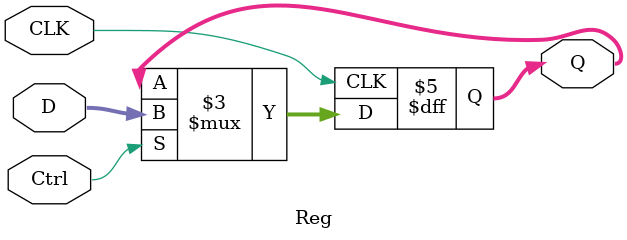
<source format=v>
module Reg(
    input CLK,
    input [31:0] D,
    output reg [31:0] Q,
    input Ctrl
);
    always @(posedge CLK) begin
        if(Ctrl) Q=D;
    end
endmodule
</source>
